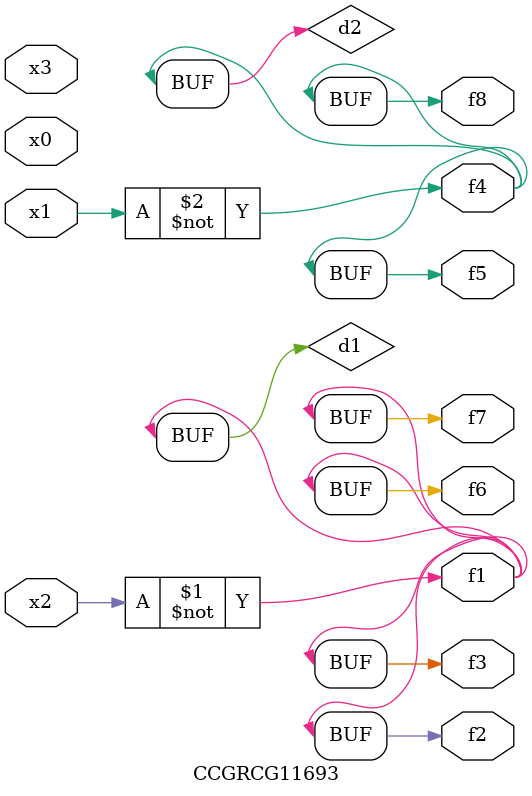
<source format=v>
module CCGRCG11693(
	input x0, x1, x2, x3,
	output f1, f2, f3, f4, f5, f6, f7, f8
);

	wire d1, d2;

	xnor (d1, x2);
	not (d2, x1);
	assign f1 = d1;
	assign f2 = d1;
	assign f3 = d1;
	assign f4 = d2;
	assign f5 = d2;
	assign f6 = d1;
	assign f7 = d1;
	assign f8 = d2;
endmodule

</source>
